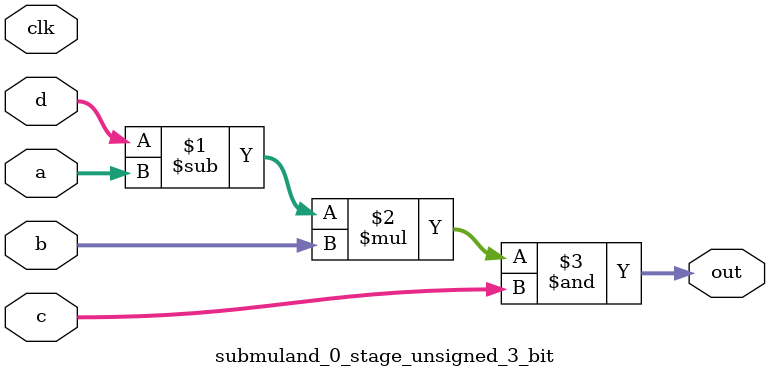
<source format=sv>
(* use_dsp = "yes" *) module submuland_0_stage_unsigned_3_bit(
	input  [2:0] a,
	input  [2:0] b,
	input  [2:0] c,
	input  [2:0] d,
	output [2:0] out,
	input clk);

	assign out = ((d - a) * b) & c;
endmodule

</source>
